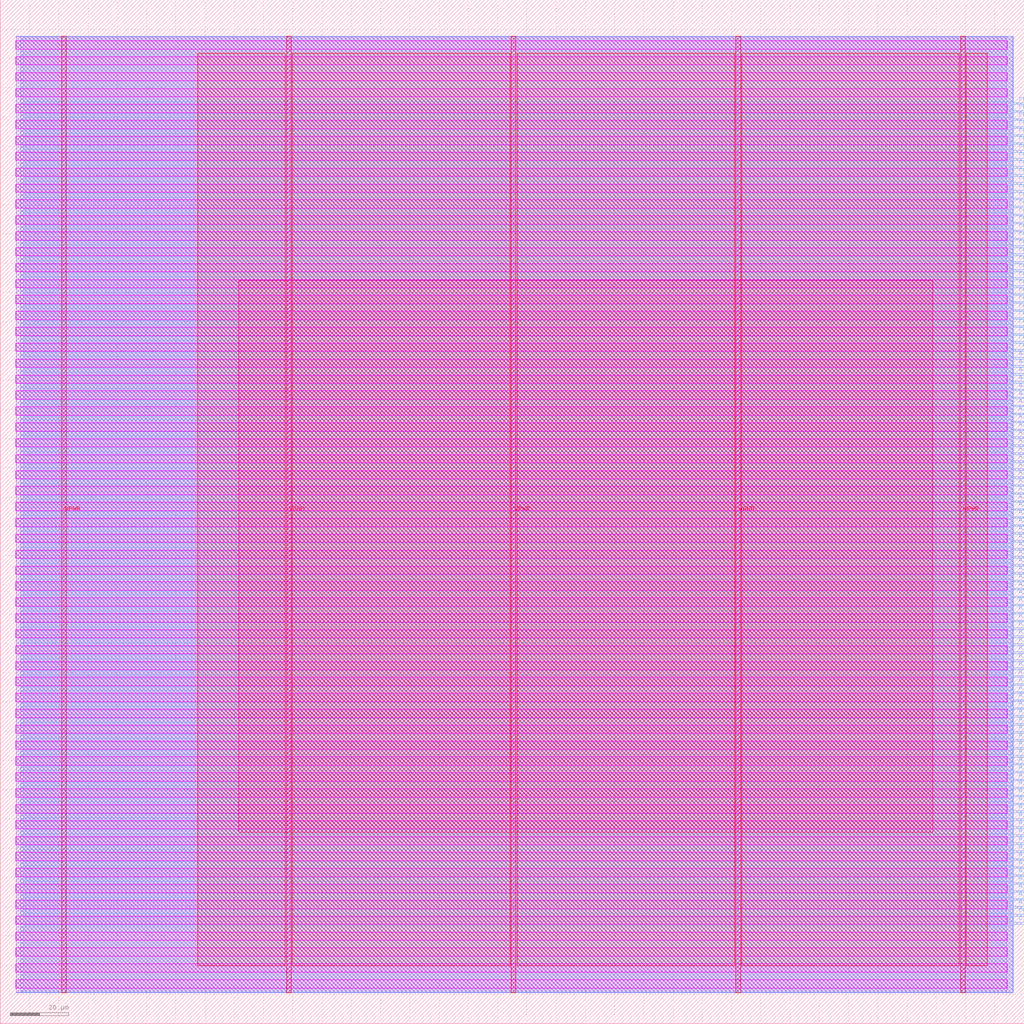
<source format=lef>
VERSION 5.7 ;
  NOWIREEXTENSIONATPIN ON ;
  DIVIDERCHAR "/" ;
  BUSBITCHARS "[]" ;
MACRO alu
  CLASS BLOCK ;
  FOREIGN alu ;
  ORIGIN 0.000 0.000 ;
  SIZE 350.000 BY 350.000 ;
  PIN AluA[0]
    DIRECTION INPUT ;
    USE SIGNAL ;
    ANTENNAGATEAREA 0.196500 ;
    PORT
      LAYER met3 ;
        RECT 346.000 39.480 350.000 40.080 ;
    END
  END AluA[0]
  PIN AluA[10]
    DIRECTION INPUT ;
    USE SIGNAL ;
    ANTENNAGATEAREA 0.196500 ;
    PORT
      LAYER met3 ;
        RECT 346.000 66.680 350.000 67.280 ;
    END
  END AluA[10]
  PIN AluA[11]
    DIRECTION INPUT ;
    USE SIGNAL ;
    ANTENNAGATEAREA 0.196500 ;
    PORT
      LAYER met3 ;
        RECT 346.000 69.400 350.000 70.000 ;
    END
  END AluA[11]
  PIN AluA[12]
    DIRECTION INPUT ;
    USE SIGNAL ;
    ANTENNAGATEAREA 0.196500 ;
    PORT
      LAYER met3 ;
        RECT 346.000 72.120 350.000 72.720 ;
    END
  END AluA[12]
  PIN AluA[13]
    DIRECTION INPUT ;
    USE SIGNAL ;
    ANTENNAGATEAREA 0.196500 ;
    PORT
      LAYER met3 ;
        RECT 346.000 74.840 350.000 75.440 ;
    END
  END AluA[13]
  PIN AluA[14]
    DIRECTION INPUT ;
    USE SIGNAL ;
    ANTENNAGATEAREA 0.196500 ;
    PORT
      LAYER met3 ;
        RECT 346.000 77.560 350.000 78.160 ;
    END
  END AluA[14]
  PIN AluA[15]
    DIRECTION INPUT ;
    USE SIGNAL ;
    ANTENNAGATEAREA 0.196500 ;
    PORT
      LAYER met3 ;
        RECT 346.000 80.280 350.000 80.880 ;
    END
  END AluA[15]
  PIN AluA[16]
    DIRECTION INPUT ;
    USE SIGNAL ;
    ANTENNAGATEAREA 0.196500 ;
    PORT
      LAYER met3 ;
        RECT 346.000 83.000 350.000 83.600 ;
    END
  END AluA[16]
  PIN AluA[17]
    DIRECTION INPUT ;
    USE SIGNAL ;
    ANTENNAGATEAREA 0.196500 ;
    PORT
      LAYER met3 ;
        RECT 346.000 85.720 350.000 86.320 ;
    END
  END AluA[17]
  PIN AluA[18]
    DIRECTION INPUT ;
    USE SIGNAL ;
    ANTENNAGATEAREA 0.196500 ;
    PORT
      LAYER met3 ;
        RECT 346.000 88.440 350.000 89.040 ;
    END
  END AluA[18]
  PIN AluA[19]
    DIRECTION INPUT ;
    USE SIGNAL ;
    ANTENNAGATEAREA 0.196500 ;
    PORT
      LAYER met3 ;
        RECT 346.000 91.160 350.000 91.760 ;
    END
  END AluA[19]
  PIN AluA[1]
    DIRECTION INPUT ;
    USE SIGNAL ;
    ANTENNAGATEAREA 0.196500 ;
    PORT
      LAYER met3 ;
        RECT 346.000 42.200 350.000 42.800 ;
    END
  END AluA[1]
  PIN AluA[20]
    DIRECTION INPUT ;
    USE SIGNAL ;
    ANTENNAGATEAREA 0.196500 ;
    PORT
      LAYER met3 ;
        RECT 346.000 93.880 350.000 94.480 ;
    END
  END AluA[20]
  PIN AluA[21]
    DIRECTION INPUT ;
    USE SIGNAL ;
    ANTENNAGATEAREA 0.196500 ;
    PORT
      LAYER met3 ;
        RECT 346.000 96.600 350.000 97.200 ;
    END
  END AluA[21]
  PIN AluA[22]
    DIRECTION INPUT ;
    USE SIGNAL ;
    ANTENNAGATEAREA 0.213000 ;
    PORT
      LAYER met3 ;
        RECT 346.000 99.320 350.000 99.920 ;
    END
  END AluA[22]
  PIN AluA[23]
    DIRECTION INPUT ;
    USE SIGNAL ;
    ANTENNAGATEAREA 0.196500 ;
    PORT
      LAYER met3 ;
        RECT 346.000 102.040 350.000 102.640 ;
    END
  END AluA[23]
  PIN AluA[24]
    DIRECTION INPUT ;
    USE SIGNAL ;
    ANTENNAGATEAREA 0.196500 ;
    PORT
      LAYER met3 ;
        RECT 346.000 104.760 350.000 105.360 ;
    END
  END AluA[24]
  PIN AluA[25]
    DIRECTION INPUT ;
    USE SIGNAL ;
    ANTENNAGATEAREA 0.196500 ;
    PORT
      LAYER met3 ;
        RECT 346.000 107.480 350.000 108.080 ;
    END
  END AluA[25]
  PIN AluA[26]
    DIRECTION INPUT ;
    USE SIGNAL ;
    ANTENNAGATEAREA 0.213000 ;
    PORT
      LAYER met3 ;
        RECT 346.000 110.200 350.000 110.800 ;
    END
  END AluA[26]
  PIN AluA[27]
    DIRECTION INPUT ;
    USE SIGNAL ;
    ANTENNAGATEAREA 0.196500 ;
    PORT
      LAYER met3 ;
        RECT 346.000 112.920 350.000 113.520 ;
    END
  END AluA[27]
  PIN AluA[28]
    DIRECTION INPUT ;
    USE SIGNAL ;
    ANTENNAGATEAREA 0.196500 ;
    PORT
      LAYER met3 ;
        RECT 346.000 115.640 350.000 116.240 ;
    END
  END AluA[28]
  PIN AluA[29]
    DIRECTION INPUT ;
    USE SIGNAL ;
    ANTENNAGATEAREA 0.196500 ;
    PORT
      LAYER met3 ;
        RECT 346.000 118.360 350.000 118.960 ;
    END
  END AluA[29]
  PIN AluA[2]
    DIRECTION INPUT ;
    USE SIGNAL ;
    ANTENNAGATEAREA 0.196500 ;
    PORT
      LAYER met3 ;
        RECT 346.000 44.920 350.000 45.520 ;
    END
  END AluA[2]
  PIN AluA[30]
    DIRECTION INPUT ;
    USE SIGNAL ;
    ANTENNAGATEAREA 0.196500 ;
    PORT
      LAYER met3 ;
        RECT 346.000 121.080 350.000 121.680 ;
    END
  END AluA[30]
  PIN AluA[31]
    DIRECTION INPUT ;
    USE SIGNAL ;
    ANTENNAGATEAREA 0.196500 ;
    PORT
      LAYER met3 ;
        RECT 346.000 123.800 350.000 124.400 ;
    END
  END AluA[31]
  PIN AluA[3]
    DIRECTION INPUT ;
    USE SIGNAL ;
    ANTENNAGATEAREA 0.196500 ;
    PORT
      LAYER met3 ;
        RECT 346.000 47.640 350.000 48.240 ;
    END
  END AluA[3]
  PIN AluA[4]
    DIRECTION INPUT ;
    USE SIGNAL ;
    ANTENNAGATEAREA 0.196500 ;
    PORT
      LAYER met3 ;
        RECT 346.000 50.360 350.000 50.960 ;
    END
  END AluA[4]
  PIN AluA[5]
    DIRECTION INPUT ;
    USE SIGNAL ;
    ANTENNAGATEAREA 0.196500 ;
    PORT
      LAYER met3 ;
        RECT 346.000 53.080 350.000 53.680 ;
    END
  END AluA[5]
  PIN AluA[6]
    DIRECTION INPUT ;
    USE SIGNAL ;
    ANTENNAGATEAREA 0.196500 ;
    PORT
      LAYER met3 ;
        RECT 346.000 55.800 350.000 56.400 ;
    END
  END AluA[6]
  PIN AluA[7]
    DIRECTION INPUT ;
    USE SIGNAL ;
    ANTENNAGATEAREA 0.196500 ;
    PORT
      LAYER met3 ;
        RECT 346.000 58.520 350.000 59.120 ;
    END
  END AluA[7]
  PIN AluA[8]
    DIRECTION INPUT ;
    USE SIGNAL ;
    ANTENNAGATEAREA 0.196500 ;
    PORT
      LAYER met3 ;
        RECT 346.000 61.240 350.000 61.840 ;
    END
  END AluA[8]
  PIN AluA[9]
    DIRECTION INPUT ;
    USE SIGNAL ;
    ANTENNAGATEAREA 0.196500 ;
    PORT
      LAYER met3 ;
        RECT 346.000 63.960 350.000 64.560 ;
    END
  END AluA[9]
  PIN AluB[0]
    DIRECTION INPUT ;
    USE SIGNAL ;
    ANTENNAGATEAREA 0.196500 ;
    PORT
      LAYER met3 ;
        RECT 346.000 126.520 350.000 127.120 ;
    END
  END AluB[0]
  PIN AluB[10]
    DIRECTION INPUT ;
    USE SIGNAL ;
    ANTENNAGATEAREA 0.196500 ;
    PORT
      LAYER met3 ;
        RECT 346.000 153.720 350.000 154.320 ;
    END
  END AluB[10]
  PIN AluB[11]
    DIRECTION INPUT ;
    USE SIGNAL ;
    ANTENNAGATEAREA 0.196500 ;
    PORT
      LAYER met3 ;
        RECT 346.000 156.440 350.000 157.040 ;
    END
  END AluB[11]
  PIN AluB[12]
    DIRECTION INPUT ;
    USE SIGNAL ;
    ANTENNAGATEAREA 0.196500 ;
    PORT
      LAYER met3 ;
        RECT 346.000 159.160 350.000 159.760 ;
    END
  END AluB[12]
  PIN AluB[13]
    DIRECTION INPUT ;
    USE SIGNAL ;
    ANTENNAGATEAREA 0.196500 ;
    PORT
      LAYER met3 ;
        RECT 346.000 161.880 350.000 162.480 ;
    END
  END AluB[13]
  PIN AluB[14]
    DIRECTION INPUT ;
    USE SIGNAL ;
    ANTENNAGATEAREA 0.196500 ;
    PORT
      LAYER met3 ;
        RECT 346.000 164.600 350.000 165.200 ;
    END
  END AluB[14]
  PIN AluB[15]
    DIRECTION INPUT ;
    USE SIGNAL ;
    ANTENNAGATEAREA 0.196500 ;
    PORT
      LAYER met3 ;
        RECT 346.000 167.320 350.000 167.920 ;
    END
  END AluB[15]
  PIN AluB[16]
    DIRECTION INPUT ;
    USE SIGNAL ;
    ANTENNAGATEAREA 0.196500 ;
    PORT
      LAYER met3 ;
        RECT 346.000 170.040 350.000 170.640 ;
    END
  END AluB[16]
  PIN AluB[17]
    DIRECTION INPUT ;
    USE SIGNAL ;
    ANTENNAGATEAREA 0.196500 ;
    PORT
      LAYER met3 ;
        RECT 346.000 172.760 350.000 173.360 ;
    END
  END AluB[17]
  PIN AluB[18]
    DIRECTION INPUT ;
    USE SIGNAL ;
    ANTENNAGATEAREA 0.196500 ;
    PORT
      LAYER met3 ;
        RECT 346.000 175.480 350.000 176.080 ;
    END
  END AluB[18]
  PIN AluB[19]
    DIRECTION INPUT ;
    USE SIGNAL ;
    ANTENNAGATEAREA 0.196500 ;
    PORT
      LAYER met3 ;
        RECT 346.000 178.200 350.000 178.800 ;
    END
  END AluB[19]
  PIN AluB[1]
    DIRECTION INPUT ;
    USE SIGNAL ;
    ANTENNAGATEAREA 0.196500 ;
    PORT
      LAYER met3 ;
        RECT 346.000 129.240 350.000 129.840 ;
    END
  END AluB[1]
  PIN AluB[20]
    DIRECTION INPUT ;
    USE SIGNAL ;
    ANTENNAGATEAREA 0.196500 ;
    PORT
      LAYER met3 ;
        RECT 346.000 180.920 350.000 181.520 ;
    END
  END AluB[20]
  PIN AluB[21]
    DIRECTION INPUT ;
    USE SIGNAL ;
    ANTENNAGATEAREA 0.196500 ;
    PORT
      LAYER met3 ;
        RECT 346.000 183.640 350.000 184.240 ;
    END
  END AluB[21]
  PIN AluB[22]
    DIRECTION INPUT ;
    USE SIGNAL ;
    ANTENNAGATEAREA 0.196500 ;
    PORT
      LAYER met3 ;
        RECT 346.000 186.360 350.000 186.960 ;
    END
  END AluB[22]
  PIN AluB[23]
    DIRECTION INPUT ;
    USE SIGNAL ;
    ANTENNAGATEAREA 0.196500 ;
    PORT
      LAYER met3 ;
        RECT 346.000 189.080 350.000 189.680 ;
    END
  END AluB[23]
  PIN AluB[24]
    DIRECTION INPUT ;
    USE SIGNAL ;
    ANTENNAGATEAREA 0.196500 ;
    PORT
      LAYER met3 ;
        RECT 346.000 191.800 350.000 192.400 ;
    END
  END AluB[24]
  PIN AluB[25]
    DIRECTION INPUT ;
    USE SIGNAL ;
    ANTENNAGATEAREA 0.196500 ;
    PORT
      LAYER met3 ;
        RECT 346.000 194.520 350.000 195.120 ;
    END
  END AluB[25]
  PIN AluB[26]
    DIRECTION INPUT ;
    USE SIGNAL ;
    ANTENNAGATEAREA 0.196500 ;
    PORT
      LAYER met3 ;
        RECT 346.000 197.240 350.000 197.840 ;
    END
  END AluB[26]
  PIN AluB[27]
    DIRECTION INPUT ;
    USE SIGNAL ;
    ANTENNAGATEAREA 0.196500 ;
    PORT
      LAYER met3 ;
        RECT 346.000 199.960 350.000 200.560 ;
    END
  END AluB[27]
  PIN AluB[28]
    DIRECTION INPUT ;
    USE SIGNAL ;
    ANTENNAGATEAREA 0.196500 ;
    PORT
      LAYER met3 ;
        RECT 346.000 202.680 350.000 203.280 ;
    END
  END AluB[28]
  PIN AluB[29]
    DIRECTION INPUT ;
    USE SIGNAL ;
    ANTENNAGATEAREA 0.196500 ;
    PORT
      LAYER met3 ;
        RECT 346.000 205.400 350.000 206.000 ;
    END
  END AluB[29]
  PIN AluB[2]
    DIRECTION INPUT ;
    USE SIGNAL ;
    ANTENNAGATEAREA 0.196500 ;
    PORT
      LAYER met3 ;
        RECT 346.000 131.960 350.000 132.560 ;
    END
  END AluB[2]
  PIN AluB[30]
    DIRECTION INPUT ;
    USE SIGNAL ;
    ANTENNAGATEAREA 0.196500 ;
    PORT
      LAYER met3 ;
        RECT 346.000 208.120 350.000 208.720 ;
    END
  END AluB[30]
  PIN AluB[31]
    DIRECTION INPUT ;
    USE SIGNAL ;
    ANTENNAGATEAREA 0.196500 ;
    PORT
      LAYER met3 ;
        RECT 346.000 210.840 350.000 211.440 ;
    END
  END AluB[31]
  PIN AluB[3]
    DIRECTION INPUT ;
    USE SIGNAL ;
    ANTENNAGATEAREA 0.196500 ;
    PORT
      LAYER met3 ;
        RECT 346.000 134.680 350.000 135.280 ;
    END
  END AluB[3]
  PIN AluB[4]
    DIRECTION INPUT ;
    USE SIGNAL ;
    ANTENNAGATEAREA 0.196500 ;
    PORT
      LAYER met3 ;
        RECT 346.000 137.400 350.000 138.000 ;
    END
  END AluB[4]
  PIN AluB[5]
    DIRECTION INPUT ;
    USE SIGNAL ;
    ANTENNAGATEAREA 0.196500 ;
    PORT
      LAYER met3 ;
        RECT 346.000 140.120 350.000 140.720 ;
    END
  END AluB[5]
  PIN AluB[6]
    DIRECTION INPUT ;
    USE SIGNAL ;
    ANTENNAGATEAREA 0.196500 ;
    PORT
      LAYER met3 ;
        RECT 346.000 142.840 350.000 143.440 ;
    END
  END AluB[6]
  PIN AluB[7]
    DIRECTION INPUT ;
    USE SIGNAL ;
    ANTENNAGATEAREA 0.196500 ;
    PORT
      LAYER met3 ;
        RECT 346.000 145.560 350.000 146.160 ;
    END
  END AluB[7]
  PIN AluB[8]
    DIRECTION INPUT ;
    USE SIGNAL ;
    ANTENNAGATEAREA 0.196500 ;
    PORT
      LAYER met3 ;
        RECT 346.000 148.280 350.000 148.880 ;
    END
  END AluB[8]
  PIN AluB[9]
    DIRECTION INPUT ;
    USE SIGNAL ;
    ANTENNAGATEAREA 0.196500 ;
    PORT
      LAYER met3 ;
        RECT 346.000 151.000 350.000 151.600 ;
    END
  END AluB[9]
  PIN VGND
    DIRECTION INOUT ;
    USE GROUND ;
    PORT
      LAYER met4 ;
        RECT 97.840 10.640 99.440 337.520 ;
    END
    PORT
      LAYER met4 ;
        RECT 251.440 10.640 253.040 337.520 ;
    END
  END VGND
  PIN VPWR
    DIRECTION INOUT ;
    USE POWER ;
    PORT
      LAYER met4 ;
        RECT 21.040 10.640 22.640 337.520 ;
    END
    PORT
      LAYER met4 ;
        RECT 174.640 10.640 176.240 337.520 ;
    END
    PORT
      LAYER met4 ;
        RECT 328.240 10.640 329.840 337.520 ;
    END
  END VPWR
  PIN alucontrol[0]
    DIRECTION INPUT ;
    USE SIGNAL ;
    ANTENNAGATEAREA 0.196500 ;
    PORT
      LAYER met3 ;
        RECT 346.000 213.560 350.000 214.160 ;
    END
  END alucontrol[0]
  PIN alucontrol[1]
    DIRECTION INPUT ;
    USE SIGNAL ;
    ANTENNAGATEAREA 0.196500 ;
    PORT
      LAYER met3 ;
        RECT 346.000 216.280 350.000 216.880 ;
    END
  END alucontrol[1]
  PIN alucontrol[2]
    DIRECTION INPUT ;
    USE SIGNAL ;
    ANTENNAGATEAREA 0.196500 ;
    PORT
      LAYER met3 ;
        RECT 346.000 219.000 350.000 219.600 ;
    END
  END alucontrol[2]
  PIN alucontrol[3]
    DIRECTION INPUT ;
    USE SIGNAL ;
    ANTENNAGATEAREA 0.196500 ;
    PORT
      LAYER met3 ;
        RECT 346.000 221.720 350.000 222.320 ;
    END
  END alucontrol[3]
  PIN alucontrol[4]
    DIRECTION INPUT ;
    USE SIGNAL ;
    ANTENNAGATEAREA 0.196500 ;
    PORT
      LAYER met3 ;
        RECT 346.000 224.440 350.000 225.040 ;
    END
  END alucontrol[4]
  PIN aludone
    DIRECTION OUTPUT TRISTATE ;
    USE SIGNAL ;
    ANTENNADIFFAREA 0.795200 ;
    PORT
      LAYER met3 ;
        RECT 346.000 227.160 350.000 227.760 ;
    END
  END aludone
  PIN clk
    DIRECTION INPUT ;
    USE SIGNAL ;
    ANTENNAGATEAREA 0.852000 ;
    PORT
      LAYER met3 ;
        RECT 346.000 34.040 350.000 34.640 ;
    END
  END clk
  PIN reset
    DIRECTION INPUT ;
    USE SIGNAL ;
    ANTENNAGATEAREA 0.196500 ;
    PORT
      LAYER met3 ;
        RECT 346.000 36.760 350.000 37.360 ;
    END
  END reset
  PIN result[0]
    DIRECTION OUTPUT TRISTATE ;
    USE SIGNAL ;
    ANTENNADIFFAREA 0.445500 ;
    PORT
      LAYER met3 ;
        RECT 346.000 229.880 350.000 230.480 ;
    END
  END result[0]
  PIN result[10]
    DIRECTION OUTPUT TRISTATE ;
    USE SIGNAL ;
    ANTENNADIFFAREA 0.445500 ;
    PORT
      LAYER met3 ;
        RECT 346.000 257.080 350.000 257.680 ;
    END
  END result[10]
  PIN result[11]
    DIRECTION OUTPUT TRISTATE ;
    USE SIGNAL ;
    ANTENNADIFFAREA 0.795200 ;
    PORT
      LAYER met3 ;
        RECT 346.000 259.800 350.000 260.400 ;
    END
  END result[11]
  PIN result[12]
    DIRECTION OUTPUT TRISTATE ;
    USE SIGNAL ;
    ANTENNADIFFAREA 0.445500 ;
    PORT
      LAYER met3 ;
        RECT 346.000 262.520 350.000 263.120 ;
    END
  END result[12]
  PIN result[13]
    DIRECTION OUTPUT TRISTATE ;
    USE SIGNAL ;
    ANTENNADIFFAREA 0.445500 ;
    PORT
      LAYER met3 ;
        RECT 346.000 265.240 350.000 265.840 ;
    END
  END result[13]
  PIN result[14]
    DIRECTION OUTPUT TRISTATE ;
    USE SIGNAL ;
    ANTENNADIFFAREA 0.795200 ;
    PORT
      LAYER met3 ;
        RECT 346.000 267.960 350.000 268.560 ;
    END
  END result[14]
  PIN result[15]
    DIRECTION OUTPUT TRISTATE ;
    USE SIGNAL ;
    ANTENNADIFFAREA 0.445500 ;
    PORT
      LAYER met3 ;
        RECT 346.000 270.680 350.000 271.280 ;
    END
  END result[15]
  PIN result[16]
    DIRECTION OUTPUT TRISTATE ;
    USE SIGNAL ;
    ANTENNADIFFAREA 0.795200 ;
    PORT
      LAYER met3 ;
        RECT 346.000 273.400 350.000 274.000 ;
    END
  END result[16]
  PIN result[17]
    DIRECTION OUTPUT TRISTATE ;
    USE SIGNAL ;
    ANTENNADIFFAREA 0.445500 ;
    PORT
      LAYER met3 ;
        RECT 346.000 276.120 350.000 276.720 ;
    END
  END result[17]
  PIN result[18]
    DIRECTION OUTPUT TRISTATE ;
    USE SIGNAL ;
    ANTENNADIFFAREA 0.445500 ;
    PORT
      LAYER met3 ;
        RECT 346.000 278.840 350.000 279.440 ;
    END
  END result[18]
  PIN result[19]
    DIRECTION OUTPUT TRISTATE ;
    USE SIGNAL ;
    ANTENNADIFFAREA 0.795200 ;
    PORT
      LAYER met3 ;
        RECT 346.000 281.560 350.000 282.160 ;
    END
  END result[19]
  PIN result[1]
    DIRECTION OUTPUT TRISTATE ;
    USE SIGNAL ;
    ANTENNADIFFAREA 0.795200 ;
    PORT
      LAYER met3 ;
        RECT 346.000 232.600 350.000 233.200 ;
    END
  END result[1]
  PIN result[20]
    DIRECTION OUTPUT TRISTATE ;
    USE SIGNAL ;
    ANTENNADIFFAREA 0.445500 ;
    PORT
      LAYER met3 ;
        RECT 346.000 284.280 350.000 284.880 ;
    END
  END result[20]
  PIN result[21]
    DIRECTION OUTPUT TRISTATE ;
    USE SIGNAL ;
    ANTENNADIFFAREA 0.445500 ;
    PORT
      LAYER met3 ;
        RECT 346.000 287.000 350.000 287.600 ;
    END
  END result[21]
  PIN result[22]
    DIRECTION OUTPUT TRISTATE ;
    USE SIGNAL ;
    ANTENNADIFFAREA 0.445500 ;
    PORT
      LAYER met3 ;
        RECT 346.000 289.720 350.000 290.320 ;
    END
  END result[22]
  PIN result[23]
    DIRECTION OUTPUT TRISTATE ;
    USE SIGNAL ;
    ANTENNADIFFAREA 0.445500 ;
    PORT
      LAYER met3 ;
        RECT 346.000 292.440 350.000 293.040 ;
    END
  END result[23]
  PIN result[24]
    DIRECTION OUTPUT TRISTATE ;
    USE SIGNAL ;
    ANTENNADIFFAREA 0.795200 ;
    PORT
      LAYER met3 ;
        RECT 346.000 295.160 350.000 295.760 ;
    END
  END result[24]
  PIN result[25]
    DIRECTION OUTPUT TRISTATE ;
    USE SIGNAL ;
    ANTENNADIFFAREA 0.445500 ;
    PORT
      LAYER met3 ;
        RECT 346.000 297.880 350.000 298.480 ;
    END
  END result[25]
  PIN result[26]
    DIRECTION OUTPUT TRISTATE ;
    USE SIGNAL ;
    ANTENNADIFFAREA 0.445500 ;
    PORT
      LAYER met3 ;
        RECT 346.000 300.600 350.000 301.200 ;
    END
  END result[26]
  PIN result[27]
    DIRECTION OUTPUT TRISTATE ;
    USE SIGNAL ;
    ANTENNADIFFAREA 0.445500 ;
    PORT
      LAYER met3 ;
        RECT 346.000 303.320 350.000 303.920 ;
    END
  END result[27]
  PIN result[28]
    DIRECTION OUTPUT TRISTATE ;
    USE SIGNAL ;
    ANTENNADIFFAREA 0.445500 ;
    PORT
      LAYER met3 ;
        RECT 346.000 306.040 350.000 306.640 ;
    END
  END result[28]
  PIN result[29]
    DIRECTION OUTPUT TRISTATE ;
    USE SIGNAL ;
    ANTENNADIFFAREA 0.795200 ;
    PORT
      LAYER met3 ;
        RECT 346.000 308.760 350.000 309.360 ;
    END
  END result[29]
  PIN result[2]
    DIRECTION OUTPUT TRISTATE ;
    USE SIGNAL ;
    ANTENNADIFFAREA 0.445500 ;
    PORT
      LAYER met3 ;
        RECT 346.000 235.320 350.000 235.920 ;
    END
  END result[2]
  PIN result[30]
    DIRECTION OUTPUT TRISTATE ;
    USE SIGNAL ;
    ANTENNADIFFAREA 0.445500 ;
    PORT
      LAYER met3 ;
        RECT 346.000 311.480 350.000 312.080 ;
    END
  END result[30]
  PIN result[31]
    DIRECTION OUTPUT TRISTATE ;
    USE SIGNAL ;
    ANTENNADIFFAREA 0.445500 ;
    PORT
      LAYER met3 ;
        RECT 346.000 314.200 350.000 314.800 ;
    END
  END result[31]
  PIN result[3]
    DIRECTION OUTPUT TRISTATE ;
    USE SIGNAL ;
    ANTENNADIFFAREA 0.445500 ;
    PORT
      LAYER met3 ;
        RECT 346.000 238.040 350.000 238.640 ;
    END
  END result[3]
  PIN result[4]
    DIRECTION OUTPUT TRISTATE ;
    USE SIGNAL ;
    ANTENNADIFFAREA 0.795200 ;
    PORT
      LAYER met3 ;
        RECT 346.000 240.760 350.000 241.360 ;
    END
  END result[4]
  PIN result[5]
    DIRECTION OUTPUT TRISTATE ;
    USE SIGNAL ;
    ANTENNADIFFAREA 0.445500 ;
    PORT
      LAYER met3 ;
        RECT 346.000 243.480 350.000 244.080 ;
    END
  END result[5]
  PIN result[6]
    DIRECTION OUTPUT TRISTATE ;
    USE SIGNAL ;
    ANTENNADIFFAREA 0.795200 ;
    PORT
      LAYER met3 ;
        RECT 346.000 246.200 350.000 246.800 ;
    END
  END result[6]
  PIN result[7]
    DIRECTION OUTPUT TRISTATE ;
    USE SIGNAL ;
    ANTENNADIFFAREA 0.445500 ;
    PORT
      LAYER met3 ;
        RECT 346.000 248.920 350.000 249.520 ;
    END
  END result[7]
  PIN result[8]
    DIRECTION OUTPUT TRISTATE ;
    USE SIGNAL ;
    ANTENNADIFFAREA 0.445500 ;
    PORT
      LAYER met3 ;
        RECT 346.000 251.640 350.000 252.240 ;
    END
  END result[8]
  PIN result[9]
    DIRECTION OUTPUT TRISTATE ;
    USE SIGNAL ;
    ANTENNADIFFAREA 0.795200 ;
    PORT
      LAYER met3 ;
        RECT 346.000 254.360 350.000 254.960 ;
    END
  END result[9]
  OBS
      LAYER nwell ;
        RECT 5.330 333.145 344.270 335.975 ;
        RECT 5.330 327.705 344.270 330.535 ;
        RECT 5.330 322.265 344.270 325.095 ;
        RECT 5.330 316.825 344.270 319.655 ;
        RECT 5.330 311.385 344.270 314.215 ;
        RECT 5.330 305.945 344.270 308.775 ;
        RECT 5.330 300.505 344.270 303.335 ;
        RECT 5.330 295.065 344.270 297.895 ;
        RECT 5.330 289.625 344.270 292.455 ;
        RECT 5.330 284.185 344.270 287.015 ;
        RECT 5.330 278.745 344.270 281.575 ;
        RECT 5.330 273.305 344.270 276.135 ;
        RECT 5.330 267.865 344.270 270.695 ;
        RECT 5.330 262.425 344.270 265.255 ;
        RECT 5.330 256.985 344.270 259.815 ;
        RECT 5.330 251.545 344.270 254.375 ;
        RECT 5.330 246.105 344.270 248.935 ;
        RECT 5.330 240.665 344.270 243.495 ;
        RECT 5.330 235.225 344.270 238.055 ;
        RECT 5.330 229.785 344.270 232.615 ;
        RECT 5.330 224.345 344.270 227.175 ;
        RECT 5.330 218.905 344.270 221.735 ;
        RECT 5.330 213.465 344.270 216.295 ;
        RECT 5.330 208.025 344.270 210.855 ;
        RECT 5.330 202.585 344.270 205.415 ;
        RECT 5.330 197.145 344.270 199.975 ;
        RECT 5.330 191.705 344.270 194.535 ;
        RECT 5.330 186.265 344.270 189.095 ;
        RECT 5.330 180.825 344.270 183.655 ;
        RECT 5.330 175.385 344.270 178.215 ;
        RECT 5.330 169.945 344.270 172.775 ;
        RECT 5.330 164.505 344.270 167.335 ;
        RECT 5.330 159.065 344.270 161.895 ;
        RECT 5.330 153.625 344.270 156.455 ;
        RECT 5.330 148.185 344.270 151.015 ;
        RECT 5.330 142.745 344.270 145.575 ;
        RECT 5.330 137.305 344.270 140.135 ;
        RECT 5.330 131.865 344.270 134.695 ;
        RECT 5.330 126.425 344.270 129.255 ;
        RECT 5.330 120.985 344.270 123.815 ;
        RECT 5.330 115.545 344.270 118.375 ;
        RECT 5.330 110.105 344.270 112.935 ;
        RECT 5.330 104.665 344.270 107.495 ;
        RECT 5.330 99.225 344.270 102.055 ;
        RECT 5.330 93.785 344.270 96.615 ;
        RECT 5.330 88.345 344.270 91.175 ;
        RECT 5.330 82.905 344.270 85.735 ;
        RECT 5.330 77.465 344.270 80.295 ;
        RECT 5.330 72.025 344.270 74.855 ;
        RECT 5.330 66.585 344.270 69.415 ;
        RECT 5.330 61.145 344.270 63.975 ;
        RECT 5.330 55.705 344.270 58.535 ;
        RECT 5.330 50.265 344.270 53.095 ;
        RECT 5.330 44.825 344.270 47.655 ;
        RECT 5.330 39.385 344.270 42.215 ;
        RECT 5.330 33.945 344.270 36.775 ;
        RECT 5.330 28.505 344.270 31.335 ;
        RECT 5.330 23.065 344.270 25.895 ;
        RECT 5.330 17.625 344.270 20.455 ;
        RECT 5.330 12.185 344.270 15.015 ;
      LAYER li1 ;
        RECT 5.520 10.795 344.080 337.365 ;
      LAYER met1 ;
        RECT 5.520 10.640 346.310 337.520 ;
      LAYER met2 ;
        RECT 7.000 10.695 346.280 337.465 ;
      LAYER met3 ;
        RECT 7.885 315.200 346.000 337.445 ;
        RECT 7.885 313.800 345.600 315.200 ;
        RECT 7.885 312.480 346.000 313.800 ;
        RECT 7.885 311.080 345.600 312.480 ;
        RECT 7.885 309.760 346.000 311.080 ;
        RECT 7.885 308.360 345.600 309.760 ;
        RECT 7.885 307.040 346.000 308.360 ;
        RECT 7.885 305.640 345.600 307.040 ;
        RECT 7.885 304.320 346.000 305.640 ;
        RECT 7.885 302.920 345.600 304.320 ;
        RECT 7.885 301.600 346.000 302.920 ;
        RECT 7.885 300.200 345.600 301.600 ;
        RECT 7.885 298.880 346.000 300.200 ;
        RECT 7.885 297.480 345.600 298.880 ;
        RECT 7.885 296.160 346.000 297.480 ;
        RECT 7.885 294.760 345.600 296.160 ;
        RECT 7.885 293.440 346.000 294.760 ;
        RECT 7.885 292.040 345.600 293.440 ;
        RECT 7.885 290.720 346.000 292.040 ;
        RECT 7.885 289.320 345.600 290.720 ;
        RECT 7.885 288.000 346.000 289.320 ;
        RECT 7.885 286.600 345.600 288.000 ;
        RECT 7.885 285.280 346.000 286.600 ;
        RECT 7.885 283.880 345.600 285.280 ;
        RECT 7.885 282.560 346.000 283.880 ;
        RECT 7.885 281.160 345.600 282.560 ;
        RECT 7.885 279.840 346.000 281.160 ;
        RECT 7.885 278.440 345.600 279.840 ;
        RECT 7.885 277.120 346.000 278.440 ;
        RECT 7.885 275.720 345.600 277.120 ;
        RECT 7.885 274.400 346.000 275.720 ;
        RECT 7.885 273.000 345.600 274.400 ;
        RECT 7.885 271.680 346.000 273.000 ;
        RECT 7.885 270.280 345.600 271.680 ;
        RECT 7.885 268.960 346.000 270.280 ;
        RECT 7.885 267.560 345.600 268.960 ;
        RECT 7.885 266.240 346.000 267.560 ;
        RECT 7.885 264.840 345.600 266.240 ;
        RECT 7.885 263.520 346.000 264.840 ;
        RECT 7.885 262.120 345.600 263.520 ;
        RECT 7.885 260.800 346.000 262.120 ;
        RECT 7.885 259.400 345.600 260.800 ;
        RECT 7.885 258.080 346.000 259.400 ;
        RECT 7.885 256.680 345.600 258.080 ;
        RECT 7.885 255.360 346.000 256.680 ;
        RECT 7.885 253.960 345.600 255.360 ;
        RECT 7.885 252.640 346.000 253.960 ;
        RECT 7.885 251.240 345.600 252.640 ;
        RECT 7.885 249.920 346.000 251.240 ;
        RECT 7.885 248.520 345.600 249.920 ;
        RECT 7.885 247.200 346.000 248.520 ;
        RECT 7.885 245.800 345.600 247.200 ;
        RECT 7.885 244.480 346.000 245.800 ;
        RECT 7.885 243.080 345.600 244.480 ;
        RECT 7.885 241.760 346.000 243.080 ;
        RECT 7.885 240.360 345.600 241.760 ;
        RECT 7.885 239.040 346.000 240.360 ;
        RECT 7.885 237.640 345.600 239.040 ;
        RECT 7.885 236.320 346.000 237.640 ;
        RECT 7.885 234.920 345.600 236.320 ;
        RECT 7.885 233.600 346.000 234.920 ;
        RECT 7.885 232.200 345.600 233.600 ;
        RECT 7.885 230.880 346.000 232.200 ;
        RECT 7.885 229.480 345.600 230.880 ;
        RECT 7.885 228.160 346.000 229.480 ;
        RECT 7.885 226.760 345.600 228.160 ;
        RECT 7.885 225.440 346.000 226.760 ;
        RECT 7.885 224.040 345.600 225.440 ;
        RECT 7.885 222.720 346.000 224.040 ;
        RECT 7.885 221.320 345.600 222.720 ;
        RECT 7.885 220.000 346.000 221.320 ;
        RECT 7.885 218.600 345.600 220.000 ;
        RECT 7.885 217.280 346.000 218.600 ;
        RECT 7.885 215.880 345.600 217.280 ;
        RECT 7.885 214.560 346.000 215.880 ;
        RECT 7.885 213.160 345.600 214.560 ;
        RECT 7.885 211.840 346.000 213.160 ;
        RECT 7.885 210.440 345.600 211.840 ;
        RECT 7.885 209.120 346.000 210.440 ;
        RECT 7.885 207.720 345.600 209.120 ;
        RECT 7.885 206.400 346.000 207.720 ;
        RECT 7.885 205.000 345.600 206.400 ;
        RECT 7.885 203.680 346.000 205.000 ;
        RECT 7.885 202.280 345.600 203.680 ;
        RECT 7.885 200.960 346.000 202.280 ;
        RECT 7.885 199.560 345.600 200.960 ;
        RECT 7.885 198.240 346.000 199.560 ;
        RECT 7.885 196.840 345.600 198.240 ;
        RECT 7.885 195.520 346.000 196.840 ;
        RECT 7.885 194.120 345.600 195.520 ;
        RECT 7.885 192.800 346.000 194.120 ;
        RECT 7.885 191.400 345.600 192.800 ;
        RECT 7.885 190.080 346.000 191.400 ;
        RECT 7.885 188.680 345.600 190.080 ;
        RECT 7.885 187.360 346.000 188.680 ;
        RECT 7.885 185.960 345.600 187.360 ;
        RECT 7.885 184.640 346.000 185.960 ;
        RECT 7.885 183.240 345.600 184.640 ;
        RECT 7.885 181.920 346.000 183.240 ;
        RECT 7.885 180.520 345.600 181.920 ;
        RECT 7.885 179.200 346.000 180.520 ;
        RECT 7.885 177.800 345.600 179.200 ;
        RECT 7.885 176.480 346.000 177.800 ;
        RECT 7.885 175.080 345.600 176.480 ;
        RECT 7.885 173.760 346.000 175.080 ;
        RECT 7.885 172.360 345.600 173.760 ;
        RECT 7.885 171.040 346.000 172.360 ;
        RECT 7.885 169.640 345.600 171.040 ;
        RECT 7.885 168.320 346.000 169.640 ;
        RECT 7.885 166.920 345.600 168.320 ;
        RECT 7.885 165.600 346.000 166.920 ;
        RECT 7.885 164.200 345.600 165.600 ;
        RECT 7.885 162.880 346.000 164.200 ;
        RECT 7.885 161.480 345.600 162.880 ;
        RECT 7.885 160.160 346.000 161.480 ;
        RECT 7.885 158.760 345.600 160.160 ;
        RECT 7.885 157.440 346.000 158.760 ;
        RECT 7.885 156.040 345.600 157.440 ;
        RECT 7.885 154.720 346.000 156.040 ;
        RECT 7.885 153.320 345.600 154.720 ;
        RECT 7.885 152.000 346.000 153.320 ;
        RECT 7.885 150.600 345.600 152.000 ;
        RECT 7.885 149.280 346.000 150.600 ;
        RECT 7.885 147.880 345.600 149.280 ;
        RECT 7.885 146.560 346.000 147.880 ;
        RECT 7.885 145.160 345.600 146.560 ;
        RECT 7.885 143.840 346.000 145.160 ;
        RECT 7.885 142.440 345.600 143.840 ;
        RECT 7.885 141.120 346.000 142.440 ;
        RECT 7.885 139.720 345.600 141.120 ;
        RECT 7.885 138.400 346.000 139.720 ;
        RECT 7.885 137.000 345.600 138.400 ;
        RECT 7.885 135.680 346.000 137.000 ;
        RECT 7.885 134.280 345.600 135.680 ;
        RECT 7.885 132.960 346.000 134.280 ;
        RECT 7.885 131.560 345.600 132.960 ;
        RECT 7.885 130.240 346.000 131.560 ;
        RECT 7.885 128.840 345.600 130.240 ;
        RECT 7.885 127.520 346.000 128.840 ;
        RECT 7.885 126.120 345.600 127.520 ;
        RECT 7.885 124.800 346.000 126.120 ;
        RECT 7.885 123.400 345.600 124.800 ;
        RECT 7.885 122.080 346.000 123.400 ;
        RECT 7.885 120.680 345.600 122.080 ;
        RECT 7.885 119.360 346.000 120.680 ;
        RECT 7.885 117.960 345.600 119.360 ;
        RECT 7.885 116.640 346.000 117.960 ;
        RECT 7.885 115.240 345.600 116.640 ;
        RECT 7.885 113.920 346.000 115.240 ;
        RECT 7.885 112.520 345.600 113.920 ;
        RECT 7.885 111.200 346.000 112.520 ;
        RECT 7.885 109.800 345.600 111.200 ;
        RECT 7.885 108.480 346.000 109.800 ;
        RECT 7.885 107.080 345.600 108.480 ;
        RECT 7.885 105.760 346.000 107.080 ;
        RECT 7.885 104.360 345.600 105.760 ;
        RECT 7.885 103.040 346.000 104.360 ;
        RECT 7.885 101.640 345.600 103.040 ;
        RECT 7.885 100.320 346.000 101.640 ;
        RECT 7.885 98.920 345.600 100.320 ;
        RECT 7.885 97.600 346.000 98.920 ;
        RECT 7.885 96.200 345.600 97.600 ;
        RECT 7.885 94.880 346.000 96.200 ;
        RECT 7.885 93.480 345.600 94.880 ;
        RECT 7.885 92.160 346.000 93.480 ;
        RECT 7.885 90.760 345.600 92.160 ;
        RECT 7.885 89.440 346.000 90.760 ;
        RECT 7.885 88.040 345.600 89.440 ;
        RECT 7.885 86.720 346.000 88.040 ;
        RECT 7.885 85.320 345.600 86.720 ;
        RECT 7.885 84.000 346.000 85.320 ;
        RECT 7.885 82.600 345.600 84.000 ;
        RECT 7.885 81.280 346.000 82.600 ;
        RECT 7.885 79.880 345.600 81.280 ;
        RECT 7.885 78.560 346.000 79.880 ;
        RECT 7.885 77.160 345.600 78.560 ;
        RECT 7.885 75.840 346.000 77.160 ;
        RECT 7.885 74.440 345.600 75.840 ;
        RECT 7.885 73.120 346.000 74.440 ;
        RECT 7.885 71.720 345.600 73.120 ;
        RECT 7.885 70.400 346.000 71.720 ;
        RECT 7.885 69.000 345.600 70.400 ;
        RECT 7.885 67.680 346.000 69.000 ;
        RECT 7.885 66.280 345.600 67.680 ;
        RECT 7.885 64.960 346.000 66.280 ;
        RECT 7.885 63.560 345.600 64.960 ;
        RECT 7.885 62.240 346.000 63.560 ;
        RECT 7.885 60.840 345.600 62.240 ;
        RECT 7.885 59.520 346.000 60.840 ;
        RECT 7.885 58.120 345.600 59.520 ;
        RECT 7.885 56.800 346.000 58.120 ;
        RECT 7.885 55.400 345.600 56.800 ;
        RECT 7.885 54.080 346.000 55.400 ;
        RECT 7.885 52.680 345.600 54.080 ;
        RECT 7.885 51.360 346.000 52.680 ;
        RECT 7.885 49.960 345.600 51.360 ;
        RECT 7.885 48.640 346.000 49.960 ;
        RECT 7.885 47.240 345.600 48.640 ;
        RECT 7.885 45.920 346.000 47.240 ;
        RECT 7.885 44.520 345.600 45.920 ;
        RECT 7.885 43.200 346.000 44.520 ;
        RECT 7.885 41.800 345.600 43.200 ;
        RECT 7.885 40.480 346.000 41.800 ;
        RECT 7.885 39.080 345.600 40.480 ;
        RECT 7.885 37.760 346.000 39.080 ;
        RECT 7.885 36.360 345.600 37.760 ;
        RECT 7.885 35.040 346.000 36.360 ;
        RECT 7.885 33.640 345.600 35.040 ;
        RECT 7.885 10.715 346.000 33.640 ;
      LAYER met4 ;
        RECT 67.455 19.895 97.440 331.665 ;
        RECT 99.840 19.895 174.240 331.665 ;
        RECT 176.640 19.895 251.040 331.665 ;
        RECT 253.440 19.895 327.840 331.665 ;
        RECT 330.240 19.895 337.345 331.665 ;
      LAYER met5 ;
        RECT 81.540 65.500 318.660 254.100 ;
  END
END alu
END LIBRARY


</source>
